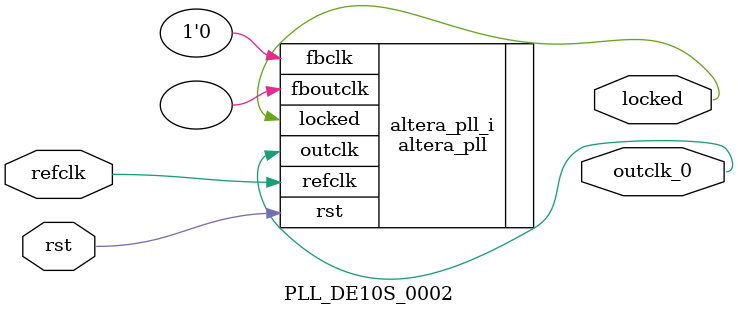
<source format=v>
`timescale 1ns/10ps
module  PLL_DE10S_0002(

	// interface 'refclk'
	input wire refclk,

	// interface 'reset'
	input wire rst,

	// interface 'outclk0'
	output wire outclk_0,

	// interface 'locked'
	output wire locked
);

	altera_pll #(
		.fractional_vco_multiplier("false"),
		.reference_clock_frequency("50.0 MHz"),
		.operation_mode("direct"),
		.number_of_clocks(1),
		.output_clock_frequency0("100.000000 MHz"),
		.phase_shift0("0 ps"),
		.duty_cycle0(50),
		.output_clock_frequency1("0 MHz"),
		.phase_shift1("0 ps"),
		.duty_cycle1(50),
		.output_clock_frequency2("0 MHz"),
		.phase_shift2("0 ps"),
		.duty_cycle2(50),
		.output_clock_frequency3("0 MHz"),
		.phase_shift3("0 ps"),
		.duty_cycle3(50),
		.output_clock_frequency4("0 MHz"),
		.phase_shift4("0 ps"),
		.duty_cycle4(50),
		.output_clock_frequency5("0 MHz"),
		.phase_shift5("0 ps"),
		.duty_cycle5(50),
		.output_clock_frequency6("0 MHz"),
		.phase_shift6("0 ps"),
		.duty_cycle6(50),
		.output_clock_frequency7("0 MHz"),
		.phase_shift7("0 ps"),
		.duty_cycle7(50),
		.output_clock_frequency8("0 MHz"),
		.phase_shift8("0 ps"),
		.duty_cycle8(50),
		.output_clock_frequency9("0 MHz"),
		.phase_shift9("0 ps"),
		.duty_cycle9(50),
		.output_clock_frequency10("0 MHz"),
		.phase_shift10("0 ps"),
		.duty_cycle10(50),
		.output_clock_frequency11("0 MHz"),
		.phase_shift11("0 ps"),
		.duty_cycle11(50),
		.output_clock_frequency12("0 MHz"),
		.phase_shift12("0 ps"),
		.duty_cycle12(50),
		.output_clock_frequency13("0 MHz"),
		.phase_shift13("0 ps"),
		.duty_cycle13(50),
		.output_clock_frequency14("0 MHz"),
		.phase_shift14("0 ps"),
		.duty_cycle14(50),
		.output_clock_frequency15("0 MHz"),
		.phase_shift15("0 ps"),
		.duty_cycle15(50),
		.output_clock_frequency16("0 MHz"),
		.phase_shift16("0 ps"),
		.duty_cycle16(50),
		.output_clock_frequency17("0 MHz"),
		.phase_shift17("0 ps"),
		.duty_cycle17(50),
		.pll_type("General"),
		.pll_subtype("General")
	) altera_pll_i (
		.rst	(rst),
		.outclk	({outclk_0}),
		.locked	(locked),
		.fboutclk	( ),
		.fbclk	(1'b0),
		.refclk	(refclk)
	);
endmodule


</source>
